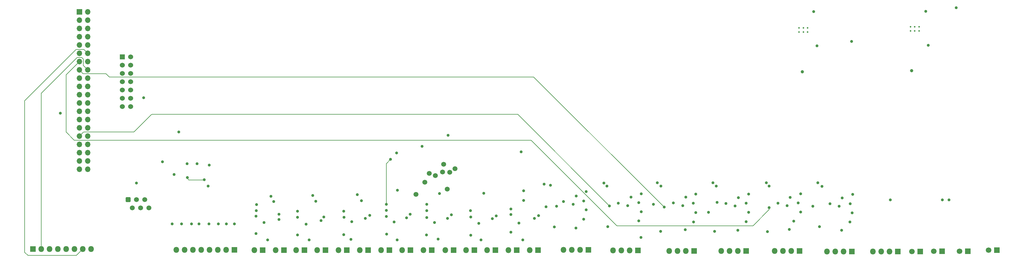
<source format=gbr>
%TF.GenerationSoftware,KiCad,Pcbnew,9.0.7*%
%TF.CreationDate,2026-02-11T10:07:39-06:00*%
%TF.ProjectId,GrizzlySimHW,4772697a-7a6c-4795-9369-6d48572e6b69,rev?*%
%TF.SameCoordinates,Original*%
%TF.FileFunction,Copper,L3,Inr*%
%TF.FilePolarity,Positive*%
%FSLAX46Y46*%
G04 Gerber Fmt 4.6, Leading zero omitted, Abs format (unit mm)*
G04 Created by KiCad (PCBNEW 9.0.7) date 2026-02-11 10:07:39*
%MOMM*%
%LPD*%
G01*
G04 APERTURE LIST*
G04 Aperture macros list*
%AMRoundRect*
0 Rectangle with rounded corners*
0 $1 Rounding radius*
0 $2 $3 $4 $5 $6 $7 $8 $9 X,Y pos of 4 corners*
0 Add a 4 corners polygon primitive as box body*
4,1,4,$2,$3,$4,$5,$6,$7,$8,$9,$2,$3,0*
0 Add four circle primitives for the rounded corners*
1,1,$1+$1,$2,$3*
1,1,$1+$1,$4,$5*
1,1,$1+$1,$6,$7*
1,1,$1+$1,$8,$9*
0 Add four rect primitives between the rounded corners*
20,1,$1+$1,$2,$3,$4,$5,0*
20,1,$1+$1,$4,$5,$6,$7,0*
20,1,$1+$1,$6,$7,$8,$9,0*
20,1,$1+$1,$8,$9,$2,$3,0*%
G04 Aperture macros list end*
%TA.AperFunction,ComponentPad*%
%ADD10R,1.800000X1.800000*%
%TD*%
%TA.AperFunction,ComponentPad*%
%ADD11O,1.800000X1.800000*%
%TD*%
%TA.AperFunction,ComponentPad*%
%ADD12R,1.700000X1.700000*%
%TD*%
%TA.AperFunction,ComponentPad*%
%ADD13C,1.700000*%
%TD*%
%TA.AperFunction,ComponentPad*%
%ADD14RoundRect,0.250000X-0.510000X-0.510000X0.510000X-0.510000X0.510000X0.510000X-0.510000X0.510000X0*%
%TD*%
%TA.AperFunction,ComponentPad*%
%ADD15C,1.520000*%
%TD*%
%TA.AperFunction,ComponentPad*%
%ADD16R,1.530000X1.530000*%
%TD*%
%TA.AperFunction,ComponentPad*%
%ADD17C,1.530000*%
%TD*%
%TA.AperFunction,HeatsinkPad*%
%ADD18C,0.500000*%
%TD*%
%TA.AperFunction,ComponentPad*%
%ADD19O,1.700000X1.700000*%
%TD*%
%TA.AperFunction,ViaPad*%
%ADD20C,0.900000*%
%TD*%
%TA.AperFunction,ViaPad*%
%ADD21C,1.000000*%
%TD*%
%TA.AperFunction,ViaPad*%
%ADD22C,1.500000*%
%TD*%
%TA.AperFunction,Conductor*%
%ADD23C,0.200000*%
%TD*%
G04 APERTURE END LIST*
D10*
%TO.N,/DAC4 Vo (0-10VDC)  1*%
%TO.C,J31*%
X-205359000Y-110413800D03*
D11*
%TO.N,/DAC4 Vo (0-10VDC)  2*%
X-207899000Y-110413800D03*
%TO.N,/DAC4 Vo (0-10VDC)  3*%
X-210439000Y-110413800D03*
%TO.N,/DAC4 Vo (0-10VDC)  4*%
X-212979000Y-110413800D03*
%TD*%
D10*
%TO.N,/DAC1 Vo (0-10VDC)  1*%
%TO.C,J8*%
X-254815300Y-110175000D03*
D11*
%TO.N,/DAC1 Vo (0-10VDC)  2*%
X-257355300Y-110175000D03*
%TO.N,/DAC1 Vo (0-10VDC)  3*%
X-259895300Y-110175000D03*
%TO.N,/DAC1 Vo (0-10VDC)  4*%
X-262435300Y-110175000D03*
%TD*%
D10*
%TO.N,GND*%
%TO.C,J5*%
X-175285400Y-110515400D03*
D11*
X-177825400Y-110515400D03*
X-180365400Y-110515400D03*
X-182905400Y-110515400D03*
%TD*%
D10*
%TO.N,Net-(U61-W)*%
%TO.C,W14*%
X-285365700Y-110109000D03*
D11*
%TO.N,/16*%
X-287905700Y-110109000D03*
%TD*%
D10*
%TO.N,Net-(U43-W)*%
%TO.C,W7*%
X-330865700Y-110109000D03*
D11*
%TO.N,/9*%
X-333405700Y-110109000D03*
%TD*%
D10*
%TO.N,Net-(U41-W)*%
%TO.C,W5*%
X-343865700Y-110109000D03*
D11*
%TO.N,/7*%
X-346405700Y-110109000D03*
%TD*%
D12*
%TO.N,+5V*%
%TO.C,J1*%
X-161721800Y-110464600D03*
D13*
X-164261800Y-110464600D03*
%TD*%
D10*
%TO.N,/DAC3 Vo (0-10VDC)  1*%
%TO.C,J14*%
X-221691200Y-110359200D03*
D11*
%TO.N,/DAC3 Vo (0-10VDC)  2*%
X-224231200Y-110359200D03*
%TO.N,/DAC3 Vo (0-10VDC)  3*%
X-226771200Y-110359200D03*
%TO.N,/DAC3 Vo (0-10VDC)  4*%
X-229311200Y-110359200D03*
%TD*%
D10*
%TO.N,Net-(U58-W)*%
%TO.C,W11*%
X-304865700Y-110109000D03*
D11*
%TO.N,/13*%
X-307405700Y-110109000D03*
%TD*%
D10*
%TO.N,Net-(U26-W)*%
%TO.C,W1*%
X-369633200Y-110109000D03*
D11*
%TO.N,/3*%
X-372173200Y-110109000D03*
%TD*%
D10*
%TO.N,Net-(U33-W)*%
%TO.C,W3*%
X-356865700Y-110109000D03*
D11*
%TO.N,/5*%
X-359405700Y-110109000D03*
%TD*%
D10*
%TO.N,/A{slash}D Ch0 INPUT*%
%TO.C,J6*%
X-378256800Y-110058200D03*
D11*
%TO.N,/A{slash}D Ch1 INPUT*%
X-380796800Y-110058200D03*
%TO.N,/A{slash}D Ch2 INPUT*%
X-383336800Y-110058200D03*
%TO.N,/A{slash}D Ch3 INPUT*%
X-385876800Y-110058200D03*
%TO.N,/A{slash}D Ch4 INPUT*%
X-388416800Y-110058200D03*
%TO.N,/A{slash}D Ch5 INPUT*%
X-390956800Y-110058200D03*
%TO.N,/A{slash}D Ch6 INPUT*%
X-393496800Y-110058200D03*
%TO.N,/A{slash}D Ch7 INPUT*%
X-396036800Y-110058200D03*
%TD*%
D10*
%TO.N,Net-(U60-W)*%
%TO.C,W13*%
X-291865700Y-110109000D03*
D11*
%TO.N,/15*%
X-294405700Y-110109000D03*
%TD*%
D10*
%TO.N,Net-(U42-W)*%
%TO.C,W6*%
X-337365700Y-110109000D03*
D11*
%TO.N,/8*%
X-339905700Y-110109000D03*
%TD*%
D10*
%TO.N,/DAC0 Vo (0-10VDC)  1*%
%TO.C,J9*%
X-269965600Y-110072600D03*
D11*
%TO.N,/DAC0 Vo (0-10VDC)  2*%
X-272505600Y-110072600D03*
%TO.N,/DAC0 Vo (0-10VDC)  3*%
X-275045600Y-110072600D03*
%TO.N,/DAC0 Vo (0-10VDC)  4*%
X-277585600Y-110072600D03*
%TD*%
D10*
%TO.N,Net-(U53-W)*%
%TO.C,W10*%
X-311213200Y-110109000D03*
D11*
%TO.N,/12*%
X-313753200Y-110109000D03*
%TD*%
D10*
%TO.N,Net-(U34-W)*%
%TO.C,W4*%
X-350365700Y-110109000D03*
D11*
%TO.N,/6*%
X-352905700Y-110109000D03*
%TD*%
D10*
%TO.N,Net-(U44-W)*%
%TO.C,W8*%
X-324365700Y-110109000D03*
D11*
%TO.N,/10*%
X-326905700Y-110109000D03*
%TD*%
D10*
%TO.N,/DAC5 Vo (0-10VDC)  1*%
%TO.C,J26*%
X-189331600Y-110540800D03*
D11*
%TO.N,/DAC5 Vo (0-10VDC)  2*%
X-191871600Y-110540800D03*
%TO.N,/DAC5 Vo (0-10VDC)  3*%
X-194411600Y-110540800D03*
%TO.N,/DAC5 Vo (0-10VDC)  4*%
X-196951600Y-110540800D03*
%TD*%
D14*
%TO.N,unconnected-(J7-Pad1)*%
%TO.C,J7*%
X-410773800Y-94665800D03*
D15*
%TO.N,unconnected-(J7-Pad2)*%
X-409503800Y-97205800D03*
%TO.N,Net-(U13-B)*%
X-408233800Y-94665800D03*
%TO.N,Net-(U13-A)*%
X-406963800Y-97205800D03*
%TO.N,unconnected-(J7-Pad5)*%
X-405693800Y-94665800D03*
%TO.N,unconnected-(J7-Pad6)*%
X-404423800Y-97205800D03*
%TD*%
D10*
%TO.N,Net-(U27-W)*%
%TO.C,W2*%
X-363133200Y-110109000D03*
D11*
%TO.N,/4*%
X-365673200Y-110109000D03*
%TD*%
D10*
%TO.N,/GPIO4 (GPCLK0)*%
%TO.C,GND2*%
X-439880000Y-109820000D03*
D11*
%TO.N,/GPIO23*%
X-437340000Y-109820000D03*
%TO.N,/GPIO24*%
X-434800000Y-109820000D03*
%TO.N,/GPIO0 (ID_SD)*%
X-432260000Y-109820000D03*
%TO.N,/GPIO13 (PWM1)*%
X-429720000Y-109820000D03*
%TO.N,/GPIO19 (PCM FS)*%
X-427180000Y-109820000D03*
%TO.N,/GPIO18 (PCM CLK)*%
X-424640000Y-109820000D03*
%TO.N,GND*%
X-422100000Y-109820000D03*
%TD*%
D12*
%TO.N,GND*%
%TO.C,J5*%
X-168427400Y-110515400D03*
D13*
X-170967400Y-110515400D03*
%TD*%
D12*
%TO.N,+3V3*%
%TO.C,J3*%
X-153855000Y-110460000D03*
D13*
X-156395000Y-110460000D03*
%TD*%
D16*
%TO.N,+5V*%
%TO.C,J37*%
X-412530000Y-50870000D03*
D17*
%TO.N,/GPIO7 (SPI0 CE1)*%
X-409990000Y-50870000D03*
%TO.N,GND*%
X-412530000Y-53410000D03*
%TO.N,/GPIO1 (ID_SC)*%
X-409990000Y-53410000D03*
%TO.N,GND*%
X-412530000Y-55950000D03*
%TO.N,/GPIO16*%
X-409990000Y-55950000D03*
%TO.N,GND*%
X-412530000Y-58490000D03*
%TO.N,/INTB\u002A*%
X-409990000Y-58490000D03*
%TO.N,/GPIO3 (I2C1 SCL)*%
X-412530000Y-61030000D03*
%TO.N,/INTA\u002A*%
X-409990000Y-61030000D03*
%TO.N,/GPIO2 (I2C1 SDA)*%
X-412530000Y-63570000D03*
%TO.N,+3V3*%
X-409990000Y-63570000D03*
%TO.N,+5V*%
X-412530000Y-66110000D03*
%TO.N,/GPIO21 (PCM DOUT)*%
X-409990000Y-66110000D03*
%TD*%
D10*
%TO.N,/DAC2 Vo (0-10VDC)  1*%
%TO.C,J15*%
X-237617200Y-110363000D03*
D11*
%TO.N,/DAC2 Vo (0-10VDC)  2*%
X-240157200Y-110363000D03*
%TO.N,/DAC2 Vo (0-10VDC)  3*%
X-242697200Y-110363000D03*
%TO.N,/DAC2 Vo (0-10VDC)  4*%
X-245237200Y-110363000D03*
%TD*%
D10*
%TO.N,Net-(U59-W)*%
%TO.C,W12*%
X-298365700Y-110109000D03*
D11*
%TO.N,/14*%
X-300905700Y-110109000D03*
%TD*%
D10*
%TO.N,Net-(U52-W)*%
%TO.C,W9*%
X-317865700Y-110109000D03*
D11*
%TO.N,/11*%
X-320405700Y-110109000D03*
%TD*%
D12*
%TO.N,Net-(D21-A)*%
%TO.C,J10*%
X-144983200Y-110159800D03*
D13*
%TO.N,GND*%
X-147523200Y-110159800D03*
%TD*%
D18*
%TO.N,GND*%
%TO.C,U32*%
X-205500000Y-43250000D03*
X-204200000Y-43250000D03*
X-202900000Y-43250000D03*
X-205500000Y-41950000D03*
X-204200000Y-41950000D03*
X-202900000Y-41950000D03*
%TD*%
D12*
%TO.N,+3V3*%
%TO.C,P1*%
X-425675000Y-37055000D03*
D19*
%TO.N,+5V*%
X-423135000Y-37055000D03*
%TO.N,/GPIO2 (I2C1 SDA)*%
X-425675000Y-39595000D03*
%TO.N,+5V*%
X-423135000Y-39595000D03*
%TO.N,/GPIO3 (I2C1 SCL)*%
X-425675000Y-42135000D03*
%TO.N,GND*%
X-423135000Y-42135000D03*
%TO.N,/GPIO4 (GPCLK0)*%
X-425675000Y-44675000D03*
%TO.N,/GPIO14 (UART Tx)*%
X-423135000Y-44675000D03*
%TO.N,GND*%
X-425675000Y-47215000D03*
%TO.N,/GPIO15 (UART Rx)*%
X-423135000Y-47215000D03*
%TO.N,/GPIO17*%
X-425675000Y-49755000D03*
%TO.N,/GPIO18 (PCM CLK)*%
X-423135000Y-49755000D03*
%TO.N,/GPIO27*%
X-425675000Y-52295000D03*
%TO.N,GND*%
X-423135000Y-52295000D03*
%TO.N,/GPIO22*%
X-425675000Y-54835000D03*
%TO.N,/GPIO23*%
X-423135000Y-54835000D03*
%TO.N,+3V3*%
X-425675000Y-57375000D03*
%TO.N,/GPIO24*%
X-423135000Y-57375000D03*
%TO.N,/GPIO10 (SPI0 MOSI)*%
X-425675000Y-59915000D03*
%TO.N,GND*%
X-423135000Y-59915000D03*
%TO.N,/GPIO9 (SPI0 MISO)*%
X-425675000Y-62455000D03*
%TO.N,/INTB\u002A*%
X-423135000Y-62455000D03*
%TO.N,/GPIO11 (SPI0 SCLK)*%
X-425675000Y-64995000D03*
%TO.N,/GPIO8 (SPI0 CE0)*%
X-423135000Y-64995000D03*
%TO.N,GND*%
X-425675000Y-67535000D03*
%TO.N,/GPIO7 (SPI0 CE1)*%
X-423135000Y-67535000D03*
%TO.N,/GPIO0 (ID_SD)*%
X-425675000Y-70075000D03*
%TO.N,/GPIO1 (ID_SC)*%
X-423135000Y-70075000D03*
%TO.N,/GPIO5*%
X-425675000Y-72615000D03*
%TO.N,GND*%
X-423135000Y-72615000D03*
%TO.N,/GPIO6*%
X-425675000Y-75155000D03*
%TO.N,/GPIO12 (PWM0)*%
X-423135000Y-75155000D03*
%TO.N,/GPIO13 (PWM1)*%
X-425675000Y-77695000D03*
%TO.N,GND*%
X-423135000Y-77695000D03*
%TO.N,/GPIO19 (PCM FS)*%
X-425675000Y-80235000D03*
%TO.N,/GPIO16*%
X-423135000Y-80235000D03*
%TO.N,/INTA\u002A*%
X-425675000Y-82775000D03*
%TO.N,/GPIO20 (PCM DIN)*%
X-423135000Y-82775000D03*
%TO.N,GND*%
X-425675000Y-85315000D03*
%TO.N,/GPIO21 (PCM DOUT)*%
X-423135000Y-85315000D03*
%TD*%
D18*
%TO.N,GND*%
%TO.C,U25*%
X-171410000Y-42890000D03*
X-170110000Y-42890000D03*
X-168810000Y-42890000D03*
X-171410000Y-41590000D03*
X-170110000Y-41590000D03*
X-168810000Y-41590000D03*
%TD*%
D20*
%TO.N,GND*%
X-386050000Y-102050000D03*
X-383140000Y-102090000D03*
X-237866600Y-95758000D03*
X-208450000Y-103800000D03*
X-225069400Y-96602800D03*
X-391330000Y-102060000D03*
X-340614000Y-93116400D03*
X-289800000Y-91900000D03*
X-367055400Y-93573600D03*
X-253850000Y-106250000D03*
X-189940000Y-101450000D03*
X-215200000Y-104450000D03*
X-380700000Y-102100000D03*
X-371576600Y-98054200D03*
X-274640000Y-96070000D03*
X-356360000Y-102170000D03*
X-264050000Y-102950000D03*
X-344769801Y-98190999D03*
X-193240000Y-96650000D03*
X-371650000Y-105050000D03*
X-406010000Y-63380000D03*
X-328350000Y-91750000D03*
X-291170000Y-101800000D03*
X-368100000Y-106950000D03*
X-305900000Y-105550000D03*
X-329400000Y-101480000D03*
X-254550000Y-101188400D03*
X-247850000Y-104350000D03*
X-389050800Y-102069100D03*
X-207110000Y-101240000D03*
X-237750000Y-101500000D03*
X-240350000Y-103850000D03*
X-254550000Y-95600000D03*
X-328450000Y-107000000D03*
X-378240000Y-102070000D03*
X-257900000Y-96500000D03*
X-290050000Y-106950000D03*
X-358947601Y-98216700D03*
X-319450000Y-105500000D03*
X-241122400Y-96470700D03*
X-192470000Y-104000000D03*
X-358950000Y-105450000D03*
X-221718100Y-95703400D03*
X-301950000Y-92650000D03*
X-315500000Y-92750000D03*
X-320850000Y-78300000D03*
X-250100000Y-96050000D03*
X-319444000Y-97980799D03*
X-389689600Y-83580000D03*
X-386330000Y-90450000D03*
X-221660000Y-101370000D03*
X-224250000Y-104000000D03*
X-315900000Y-106750000D03*
X-342630000Y-106850000D03*
X-355424766Y-107026179D03*
X-354279200Y-93370400D03*
X-189890000Y-95860000D03*
X-302850000Y-106950000D03*
X-271373000Y-100623800D03*
X-342340000Y-101380000D03*
X-431470000Y-68090000D03*
X-199260000Y-102890000D03*
X-392689600Y-83630000D03*
X-303510000Y-101900000D03*
X-209170000Y-96470000D03*
X-159597500Y-94672500D03*
X-331749400Y-97952600D03*
X-201280000Y-96670000D03*
X-293674800Y-104658200D03*
X-344769801Y-105404599D03*
X-231350000Y-104400000D03*
X-273790000Y-103380000D03*
X-271390000Y-95040000D03*
X-306000000Y-98000000D03*
X-205775800Y-95681800D03*
X-394390000Y-102097500D03*
X-317049000Y-101620000D03*
X-293663000Y-97530801D03*
X-280400000Y-103050000D03*
X-369220000Y-101670000D03*
X-331700000Y-105250000D03*
X-233250000Y-98550000D03*
X-397331200Y-102075300D03*
%TO.N,+3V3*%
X-289812100Y-94843600D03*
X-371500000Y-96150000D03*
X-282928700Y-96850200D03*
X-330454100Y-82300000D03*
X-385989600Y-84080000D03*
X-408249700Y-89549700D03*
X-319444000Y-96080799D03*
X-331749400Y-96052600D03*
D21*
%TO.N,/34VDC*%
X-204500000Y-55450000D03*
X-171100000Y-55100000D03*
D20*
%TO.N,+5V*%
X-396689600Y-86930000D03*
X-387489600Y-88530000D03*
X-392639600Y-87880000D03*
X-157450000Y-35800000D03*
%TO.N,+15VDC*%
X-240150000Y-93900000D03*
X-256950000Y-93900000D03*
X-189400000Y-46150000D03*
X-192293200Y-94147400D03*
X-273650000Y-93500000D03*
X-224100000Y-94000000D03*
X-208219000Y-93969600D03*
%TO.N,Net-(D34-K)*%
X-201000000Y-36950000D03*
X-200050000Y-47450000D03*
%TO.N,Net-(D35-A)*%
X-177575000Y-94702500D03*
%TO.N,/DAC0 Vo (0-10VDC)  3*%
X-270676800Y-97728200D03*
%TO.N,/DAC0 Vo (0-10VDC)  2*%
X-270612350Y-92177350D03*
%TO.N,/DAC0 Vo (0-10VDC)  1*%
X-277560200Y-95213600D03*
%TO.N,/DAC4 Vo (0-10VDC)  1*%
X-211988400Y-95730700D03*
%TO.N,/DAC4 Vo (0-10VDC)  3*%
X-205001500Y-98475800D03*
%TO.N,/DAC4 Vo (0-10VDC)  2*%
X-205026900Y-92887800D03*
%TO.N,/DAC2 Vo (0-10VDC)  3*%
X-237081900Y-98577400D03*
%TO.N,/DAC2 Vo (0-10VDC)  2*%
X-237107300Y-92964000D03*
%TO.N,/DAC2 Vo (0-10VDC)  1*%
X-243955450Y-95668150D03*
%TO.N,/DAC1 Vo (0-10VDC)  2*%
X-253805300Y-92826800D03*
%TO.N,/DAC1 Vo (0-10VDC)  3*%
X-253805300Y-98389400D03*
%TO.N,/DAC1 Vo (0-10VDC)  1*%
X-260817600Y-95720500D03*
%TO.N,/DAC5 Vo (0-10VDC)  3*%
X-189230000Y-98653600D03*
%TO.N,/DAC5 Vo (0-10VDC)  2*%
X-189092200Y-93040200D03*
%TO.N,/DAC5 Vo (0-10VDC)  1*%
X-196011800Y-95933900D03*
%TO.N,/DAC3 Vo (0-10VDC)  3*%
X-220927300Y-98522800D03*
%TO.N,/DAC3 Vo (0-10VDC)  1*%
X-227888800Y-95828500D03*
%TO.N,/DAC3 Vo (0-10VDC)  2*%
X-220966350Y-92946550D03*
%TO.N,/GPIO2 (I2C1 SDA)*%
X-328629100Y-80324600D03*
%TO.N,/GPIO27*%
X-214649000Y-97050000D03*
%TO.N,/GPIO6*%
X-263537000Y-96550000D03*
%TO.N,/GPIO22*%
X-246800000Y-96900000D03*
%TO.N,/GPIO11 (SPI0 SCLK)*%
X-395300000Y-73850000D03*
%TO.N,/GPIO12 (PWM0)*%
X-312900000Y-74900000D03*
%TO.N,/GPIO17*%
X-230600000Y-95450000D03*
%TO.N,/GPIO5*%
X-279700000Y-96700000D03*
X-400250000Y-83000000D03*
%TO.N,/GPIO20 (PCM DIN)*%
X-290500000Y-79950000D03*
%TO.N,/SD0*%
X-247763600Y-90474800D03*
X-230860600Y-90474800D03*
X-198526400Y-90525600D03*
X-281559000Y-90259600D03*
X-214630000Y-90449400D03*
X-264287000Y-90449400D03*
%TO.N,/SC0*%
X-199771000Y-89484200D03*
X-215493600Y-89489769D03*
X-283464000Y-89865200D03*
X-231876600Y-89489769D03*
X-248837114Y-89489769D03*
X-265201400Y-89509600D03*
%TO.N,/SD1*%
X-371602000Y-99671500D03*
D22*
X-314230000Y-83830000D03*
D20*
X-364642400Y-100736400D03*
D22*
%TO.N,/SC1*%
X-310790000Y-85180000D03*
D20*
X-366244500Y-95199200D03*
D22*
%TO.N,/SD2*%
X-314610000Y-86180000D03*
D20*
X-358947601Y-100037200D03*
X-351708601Y-101051300D03*
%TO.N,/SC2*%
X-353336101Y-95158500D03*
D22*
X-312360000Y-86260000D03*
D20*
%TO.N,/SD3*%
X-338175600Y-100355400D03*
D22*
X-318630000Y-86580000D03*
D20*
X-344758501Y-100016699D03*
D22*
%TO.N,/SC3*%
X-316764524Y-87240400D03*
D20*
X-339420200Y-94945200D03*
%TO.N,/SD4*%
X-325551800Y-100228400D03*
X-331763000Y-99773100D03*
%TO.N,/SD5*%
X-319430400Y-100126800D03*
D22*
X-322684000Y-93040000D03*
D20*
X-313029600Y-100406200D03*
%TO.N,/SD6*%
X-299313600Y-100507800D03*
D22*
X-313160000Y-91390000D03*
D20*
X-305968400Y-100001700D03*
D22*
%TO.N,/SD7*%
X-320020000Y-89260000D03*
D20*
X-286435800Y-100406200D03*
X-293674800Y-99163500D03*
%TO.N,/11*%
X-311835800Y-99288600D03*
%TO.N,/13*%
X-298145200Y-99644200D03*
%TO.N,/15*%
X-285191200Y-99517200D03*
%TO.N,/5*%
X-350895801Y-99933700D03*
%TO.N,/7*%
X-336829400Y-99466400D03*
%TO.N,/9*%
X-324485000Y-99110800D03*
%TO.N,/3*%
X-364617000Y-99136200D03*
%TO.N,Net-(D23-A)*%
X-161642500Y-94672500D03*
%TO.N,Net-(D22-K)*%
X-166010000Y-47310000D03*
X-166730000Y-36880000D03*
%TD*%
D23*
%TO.N,+3V3*%
X-330454100Y-82300000D02*
X-331749400Y-83595300D01*
X-331749400Y-83595300D02*
X-331749400Y-96052600D01*
%TO.N,+5V*%
X-392210000Y-88590000D02*
X-392500000Y-88300000D01*
X-387650000Y-88530000D02*
X-387710000Y-88590000D01*
X-387489600Y-88530000D02*
X-387650000Y-88530000D01*
X-387710000Y-88590000D02*
X-392210000Y-88590000D01*
%TO.N,/GPIO23*%
X-437340000Y-62040000D02*
X-426300000Y-51000000D01*
X-426300000Y-51000000D02*
X-424950000Y-51000000D01*
X-424450000Y-51500000D02*
X-424450000Y-53520000D01*
X-424450000Y-53520000D02*
X-423135000Y-54835000D01*
X-424950000Y-51000000D02*
X-424450000Y-51500000D01*
X-437340000Y-109820000D02*
X-437340000Y-62040000D01*
%TO.N,/GPIO18 (PCM CLK)*%
X-441450000Y-111750000D02*
X-442400000Y-110800000D01*
X-426700000Y-48600000D02*
X-424290000Y-48600000D01*
X-442400000Y-64300000D02*
X-426700000Y-48600000D01*
X-424640000Y-109820000D02*
X-426570000Y-111750000D01*
X-442400000Y-110800000D02*
X-442400000Y-64300000D01*
X-426570000Y-111750000D02*
X-441450000Y-111750000D01*
X-424290000Y-48600000D02*
X-423135000Y-49755000D01*
%TO.N,/GPIO2 (I2C1 SDA)*%
X-412446400Y-63041600D02*
X-412267400Y-63220600D01*
%TO.N,/GPIO27*%
X-287451775Y-76400000D02*
X-427250000Y-76400000D01*
X-261201775Y-102650000D02*
X-287451775Y-76400000D01*
X-429750000Y-73900000D02*
X-429750000Y-56370000D01*
X-214649000Y-97699000D02*
X-219600000Y-102650000D01*
X-429750000Y-56370000D02*
X-425675000Y-52295000D01*
X-427250000Y-76400000D02*
X-429750000Y-73900000D01*
X-219600000Y-102650000D02*
X-261201775Y-102650000D01*
X-214649000Y-97050000D02*
X-214649000Y-97699000D01*
%TO.N,/GPIO6*%
X-291587000Y-68500000D02*
X-403600000Y-68500000D01*
X-408950000Y-73850000D02*
X-424370000Y-73850000D01*
X-263537000Y-96550000D02*
X-291587000Y-68500000D01*
X-424370000Y-73850000D02*
X-425675000Y-75155000D01*
X-403600000Y-68500000D02*
X-408950000Y-73850000D01*
%TO.N,/GPIO22*%
X-335134000Y-57016000D02*
X-416534000Y-57016000D01*
X-246800000Y-96900000D02*
X-286700000Y-57000000D01*
X-424524000Y-55986000D02*
X-425675000Y-54835000D01*
X-286700000Y-57000000D02*
X-335118000Y-57000000D01*
X-335118000Y-57000000D02*
X-335134000Y-57016000D01*
X-416534000Y-57016000D02*
X-417564000Y-55986000D01*
X-417564000Y-55986000D02*
X-424524000Y-55986000D01*
%TD*%
M02*

</source>
